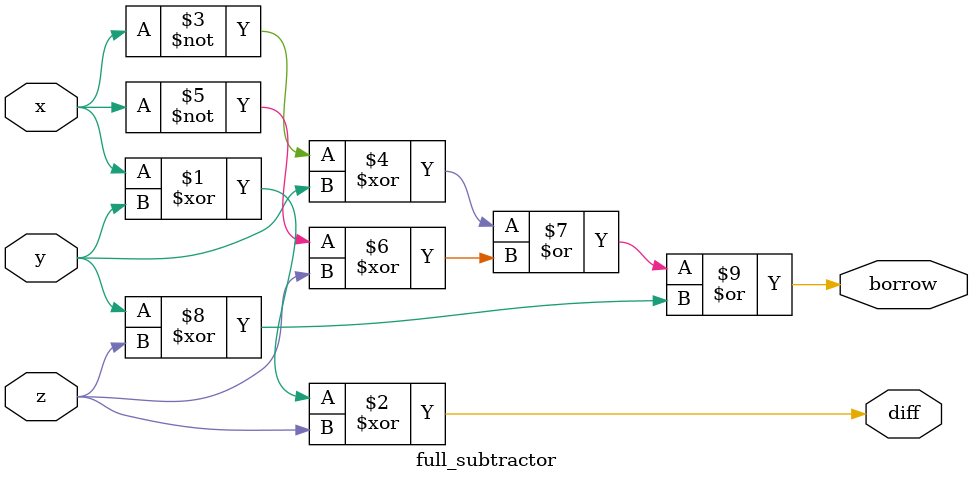
<source format=v>
module full_subtractor(
    input x,
    input y,
    input z,
    output diff,
    output borrow
    );
    
    assign diff = x^y^z;
    assign borrow = ~x^y | ~x^z | y^z;
endmodule

</source>
